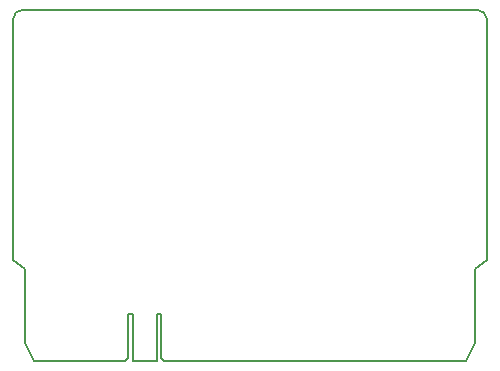
<source format=gbr>
G04 #@! TF.GenerationSoftware,KiCad,Pcbnew,(5.1.9-0-10_14)*
G04 #@! TF.CreationDate,2021-02-11T08:37:55-08:00*
G04 #@! TF.ProjectId,cart,63617274-2e6b-4696-9361-645f70636258,rev?*
G04 #@! TF.SameCoordinates,Original*
G04 #@! TF.FileFunction,Profile,NP*
%FSLAX46Y46*%
G04 Gerber Fmt 4.6, Leading zero omitted, Abs format (unit mm)*
G04 Created by KiCad (PCBNEW (5.1.9-0-10_14)) date 2021-02-11 08:37:55*
%MOMM*%
%LPD*%
G01*
G04 APERTURE LIST*
G04 #@! TA.AperFunction,Profile*
%ADD10C,0.200000*%
G04 #@! TD*
G04 APERTURE END LIST*
D10*
X131826000Y-124714000D02*
X132207000Y-124714000D01*
X129794000Y-128651000D02*
X131826000Y-128651000D01*
X131826000Y-124714000D02*
X131826000Y-128651000D01*
X129794000Y-124714000D02*
X129794000Y-128651000D01*
X132461000Y-128651000D02*
X132207000Y-128397000D01*
X129413000Y-128397000D02*
X129159000Y-128651000D01*
X129413000Y-124714000D02*
X129794000Y-124714000D01*
X132207000Y-124714000D02*
X132207000Y-128397000D01*
X129413000Y-124714000D02*
X129413000Y-128397000D01*
X157988000Y-128651000D02*
X132461000Y-128651000D01*
X119650000Y-99691000D02*
X119650000Y-120139000D01*
X120650000Y-120901000D02*
X119650000Y-120139000D01*
X119650000Y-99691000D02*
G75*
G02*
X120412000Y-98929000I762000J0D01*
G01*
X159750000Y-120142000D02*
X158750000Y-120904000D01*
X120650000Y-120901000D02*
X120650000Y-127127000D01*
X158750000Y-120904000D02*
X158750000Y-127127000D01*
X159750000Y-99691000D02*
X159750000Y-120142000D01*
X120412000Y-98929000D02*
X158988000Y-98929000D01*
X158988000Y-98929000D02*
G75*
G02*
X159750000Y-99691000I0J-762000D01*
G01*
X121412000Y-128651000D02*
X120650000Y-127127000D01*
X157988000Y-128651000D02*
X158750000Y-127127000D01*
X121412000Y-128651000D02*
X129159000Y-128651000D01*
M02*

</source>
